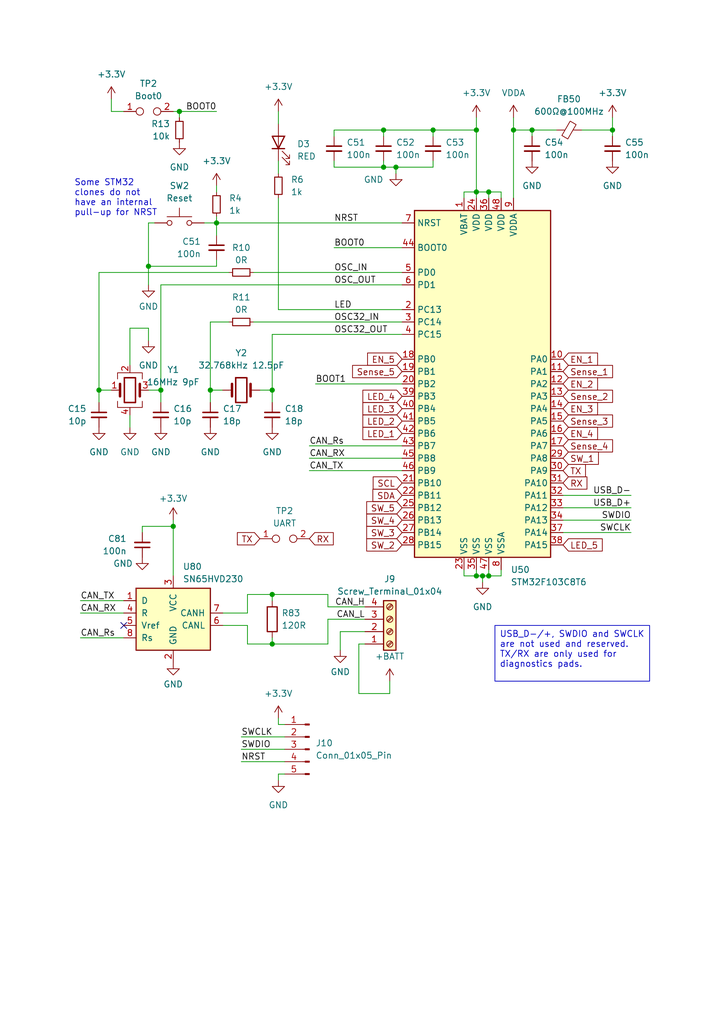
<source format=kicad_sch>
(kicad_sch (version 20230121) (generator eeschema)
  (paper "A5" portrait)
  (title_block (title "Power distribution module") (date "2023-07-18") (company "Raphael Peters"))
  (lib_symbols
    (symbol "Connector:Conn_01x05_Pin" (pin_names (offset 1.016) hide)
      (property "Reference" "J" (at 0 7.62 0))
      (property "Value" "Conn_01x05_Pin" (at 0 -7.62 0))
      (symbol "Conn_01x05_Pin_1_1"
        (polyline (pts (xy 1.27 -5.08) (xy 0.8636 -5.08)) (stroke (width 0.1524)))
        (polyline (pts (xy 1.27 -2.54) (xy 0.8636 -2.54)) (stroke (width 0.1524)))
        (polyline (pts (xy 1.27 0) (xy 0.8636 0)) (stroke (width 0.1524)))
        (polyline (pts (xy 1.27 2.54) (xy 0.8636 2.54)) (stroke (width 0.1524)))
        (polyline (pts (xy 1.27 5.08) (xy 0.8636 5.08)) (stroke (width 0.1524)))
        (rectangle (start 0.8636 -4.953) (end 0 -5.207) (stroke (width 0.1524)) (fill (type outline)))
        (rectangle (start 0.8636 -2.413) (end 0 -2.667) (stroke (width 0.1524)) (fill (type outline)))
        (rectangle (start 0.8636 0.127) (end 0 -0.127) (stroke (width 0.1524)) (fill (type outline)))
        (rectangle (start 0.8636 2.667) (end 0 2.413) (stroke (width 0.1524)) (fill (type outline)))
        (rectangle (start 0.8636 5.207) (end 0 4.953) (stroke (width 0.1524)) (fill (type outline)))
        (pin passive line (at 5.08 5.08 180) (length 3.81) (name "Pin_1") (number "1"))
        (pin passive line (at 5.08 2.54 180) (length 3.81) (name "Pin_2") (number "2"))
        (pin passive line (at 5.08 0 180) (length 3.81) (name "Pin_3") (number "3"))
        (pin passive line (at 5.08 -2.54 180) (length 3.81) (name "Pin_4") (number "4"))
        (pin passive line (at 5.08 -5.08 180) (length 3.81) (name "Pin_5") (number "5"))
      )
    )
    (symbol "Connector:Screw_Terminal_01x04" (pin_names (offset 1.016) hide)
      (property "Reference" "J" (at 0 5.08 0))
      (property "Value" "Screw_Terminal_01x04" (at 0 -7.62 0))
      (symbol "Screw_Terminal_01x04_1_1"
        (rectangle (start -1.27 3.81) (end 1.27 -6.35) (stroke (width 0.254)) (fill (type background)))
        (circle (center 0 -5.08) (radius 0.635) (stroke (width 0.1524)))
        (circle (center 0 -2.54) (radius 0.635) (stroke (width 0.1524)))
        (polyline (pts (xy -0.5334 -4.7498) (xy 0.3302 -5.588)) (stroke (width 0.1524)))
        (polyline (pts (xy -0.5334 -2.2098) (xy 0.3302 -3.048)) (stroke (width 0.1524)))
        (polyline (pts (xy -0.5334 0.3302) (xy 0.3302 -0.508)) (stroke (width 0.1524)))
        (polyline (pts (xy -0.5334 2.8702) (xy 0.3302 2.032)) (stroke (width 0.1524)))
        (polyline (pts (xy -0.3556 -4.572) (xy 0.508 -5.4102)) (stroke (width 0.1524)))
        (polyline (pts (xy -0.3556 -2.032) (xy 0.508 -2.8702)) (stroke (width 0.1524)))
        (polyline (pts (xy -0.3556 0.508) (xy 0.508 -0.3302)) (stroke (width 0.1524)))
        (polyline (pts (xy -0.3556 3.048) (xy 0.508 2.2098)) (stroke (width 0.1524)))
        (circle (center 0 0) (radius 0.635) (stroke (width 0.1524)))
        (circle (center 0 2.54) (radius 0.635) (stroke (width 0.1524)))
        (pin passive line (at -5.08 2.54 0) (length 3.81) (name "Pin_1") (number "1"))
        (pin passive line (at -5.08 0 0) (length 3.81) (name "Pin_2") (number "2"))
        (pin passive line (at -5.08 -2.54 0) (length 3.81) (name "Pin_3") (number "3"))
        (pin passive line (at -5.08 -5.08 0) (length 3.81) (name "Pin_4") (number "4"))
      )
    )
    (symbol "Connector:TestPoint_2Pole" (pin_names (offset 0.762) hide)
      (property "Reference" "TP" (at 0 1.524 0))
      (property "Value" "TestPoint_2Pole" (at 0 -1.778 0))
      (symbol "TestPoint_2Pole_0_1"
        (circle (center -1.778 0) (radius 0.762))
        (circle (center 1.778 0) (radius 0.762))
        (pin passive line (at -5.08 0 0) (length 2.54) (name "1") (number "1"))
        (pin passive line (at 5.08 0 180) (length 2.54) (name "2") (number "2"))
      )
    )
    (symbol "Device:C_Small" (pin_numbers hide) (pin_names (offset 0.254) hide)
      (property "Reference" "C" (at 0.254 1.778 0))
      (property "Value" "C_Small" (at 0.254 -2.032 0))
      (symbol "C_Small_0_1"
        (polyline (pts (xy -1.524 -0.508) (xy 1.524 -0.508)) (stroke (width 0.3302)))
        (polyline (pts (xy -1.524 0.508) (xy 1.524 0.508)) (stroke (width 0.3048)))
      )
      (symbol "C_Small_1_1"
        (pin passive line (at 0 2.54 270) (length 2.032) (name "~") (number "1"))
        (pin passive line (at 0 -2.54 90) (length 2.032) (name "~") (number "2"))
      )
    )
    (symbol "Device:Crystal" (pin_numbers hide) (pin_names (offset 1.016) hide)
      (property "Reference" "Y" (at 0 3.81 0))
      (property "Value" "Crystal" (at 0 -3.81 0))
      (symbol "Crystal_0_1"
        (rectangle (start -1.143 2.54) (end 1.143 -2.54) (stroke (width 0.3048)))
        (polyline (pts (xy -2.54 0) (xy -1.905 0)))
        (polyline (pts (xy -1.905 -1.27) (xy -1.905 1.27)) (stroke (width 0.508)))
        (polyline (pts (xy 1.905 -1.27) (xy 1.905 1.27)) (stroke (width 0.508)))
        (polyline (pts (xy 2.54 0) (xy 1.905 0)))
      )
      (symbol "Crystal_1_1"
        (pin passive line (at -3.81 0 0) (length 1.27) (name "1") (number "1"))
        (pin passive line (at 3.81 0 180) (length 1.27) (name "2") (number "2"))
      )
    )
    (symbol "Device:Crystal_GND24" (pin_names (offset 1.016) hide)
      (property "Reference" "Y" (at 3.175 5.08 0))
      (property "Value" "Crystal_GND24" (at 3.175 3.175 0))
      (symbol "Crystal_GND24_0_1"
        (rectangle (start -1.143 2.54) (end 1.143 -2.54) (stroke (width 0.3048)))
        (polyline (pts (xy -2.54 0) (xy -2.032 0)))
        (polyline (pts (xy -2.032 -1.27) (xy -2.032 1.27)) (stroke (width 0.508)))
        (polyline (pts (xy 0 -3.81) (xy 0 -3.556)))
        (polyline (pts (xy 0 3.556) (xy 0 3.81)))
        (polyline (pts (xy 2.032 -1.27) (xy 2.032 1.27)) (stroke (width 0.508)))
        (polyline (pts (xy 2.032 0) (xy 2.54 0)))
        (polyline (pts (xy -2.54 -2.286) (xy -2.54 -3.556) (xy 2.54 -3.556) (xy 2.54 -2.286)))
        (polyline (pts (xy -2.54 2.286) (xy -2.54 3.556) (xy 2.54 3.556) (xy 2.54 2.286)))
      )
      (symbol "Crystal_GND24_1_1"
        (pin passive line (at -3.81 0 0) (length 1.27) (name "1") (number "1"))
        (pin passive line (at 0 5.08 270) (length 1.27) (name "2") (number "2"))
        (pin passive line (at 3.81 0 180) (length 1.27) (name "3") (number "3"))
        (pin passive line (at 0 -5.08 90) (length 1.27) (name "4") (number "4"))
      )
    )
    (symbol "Device:FerriteBead_Small" (pin_numbers hide) (pin_names (offset 0))
      (property "Reference" "FB" (at 1.905 1.27 0))
      (property "Value" "FerriteBead_Small" (at 1.905 -1.27 0))
      (symbol "FerriteBead_Small_0_1"
        (polyline (pts (xy 0 -1.27) (xy 0 -0.7874)))
        (polyline (pts (xy 0 0.889) (xy 0 1.2954)))
        (polyline (pts (xy -1.8288 0.2794) (xy -1.1176 1.4986) (xy 1.8288 -0.2032) (xy 1.1176 -1.4224) (xy -1.8288 0.2794)))
      )
      (symbol "FerriteBead_Small_1_1"
        (pin passive line (at 0 2.54 270) (length 1.27) (name "~") (number "1"))
        (pin passive line (at 0 -2.54 90) (length 1.27) (name "~") (number "2"))
      )
    )
    (symbol "Device:LED" (pin_numbers hide) (pin_names (offset 1.016) hide)
      (property "Reference" "D" (at 0 2.54 0))
      (property "Value" "LED" (at 0 -2.54 0))
      (symbol "LED_0_1"
        (polyline (pts (xy -1.27 -1.27) (xy -1.27 1.27)) (stroke (width 0.254)))
        (polyline (pts (xy -1.27 0) (xy 1.27 0)))
        (polyline (pts (xy 1.27 -1.27) (xy 1.27 1.27) (xy -1.27 0) (xy 1.27 -1.27)) (stroke (width 0.254)))
        (polyline (pts (xy -3.048 -0.762) (xy -4.572 -2.286) (xy -3.81 -2.286) (xy -4.572 -2.286) (xy -4.572 -1.524)))
        (polyline (pts (xy -1.778 -0.762) (xy -3.302 -2.286) (xy -2.54 -2.286) (xy -3.302 -2.286) (xy -3.302 -1.524)))
      )
      (symbol "LED_1_1"
        (pin passive line (at -3.81 0 0) (length 2.54) (name "K") (number "1"))
        (pin passive line (at 3.81 0 180) (length 2.54) (name "A") (number "2"))
      )
    )
    (symbol "Device:R" (pin_numbers hide) (pin_names (offset 0))
      (property "Reference" "R" (at 2.032 0 90))
      (property "Value" "R" (at 0 0 90))
      (symbol "R_0_1"
        (rectangle (start -1.016 -2.54) (end 1.016 2.54) (stroke (width 0.254)))
      )
      (symbol "R_1_1"
        (pin passive line (at 0 3.81 270) (length 1.27) (name "~") (number "1"))
        (pin passive line (at 0 -3.81 90) (length 1.27) (name "~") (number "2"))
      )
    )
    (symbol "Device:R_Small" (pin_numbers hide) (pin_names (offset 0.254) hide)
      (property "Reference" "R" (at 0.762 0.508 0))
      (property "Value" "R_Small" (at 0.762 -1.016 0))
      (symbol "R_Small_0_1"
        (rectangle (start -0.762 1.778) (end 0.762 -1.778) (stroke (width 0.2032)))
      )
      (symbol "R_Small_1_1"
        (pin passive line (at 0 2.54 270) (length 0.762) (name "~") (number "1"))
        (pin passive line (at 0 -2.54 90) (length 0.762) (name "~") (number "2"))
      )
    )
    (symbol "GND_1" (power) (pin_names (offset 0))
      (property "Value" "GND_1" (at 0 -3.81 0))
      (symbol "GND_1_0_1"
        (polyline (pts (xy 0 0) (xy 0 -1.27) (xy 1.27 -1.27) (xy 0 -2.54) (xy -1.27 -1.27) (xy 0 -1.27)))
      )
      (symbol "GND_1_1_1"
        (pin power_in line (at 0 0 270) (length 0) hide (name "GND") (number "1"))
      )
    )
    (symbol "GND_2" (power) (pin_names (offset 0))
      (property "Value" "GND_2" (at 0 -3.81 0))
      (symbol "GND_2_0_1"
        (polyline (pts (xy 0 0) (xy 0 -1.27) (xy 1.27 -1.27) (xy 0 -2.54) (xy -1.27 -1.27) (xy 0 -1.27)))
      )
      (symbol "GND_2_1_1"
        (pin power_in line (at 0 0 270) (length 0) hide (name "GND") (number "1"))
      )
    )
    (symbol "GND_3" (power) (pin_names (offset 0))
      (property "Value" "GND_3" (at 0 -3.81 0))
      (symbol "GND_3_0_1"
        (polyline (pts (xy 0 0) (xy 0 -1.27) (xy 1.27 -1.27) (xy 0 -2.54) (xy -1.27 -1.27) (xy 0 -1.27)))
      )
      (symbol "GND_3_1_1"
        (pin power_in line (at 0 0 270) (length 0) hide (name "GND") (number "1"))
      )
    )
    (symbol "GND_4" (power) (pin_names (offset 0))
      (property "Value" "GND_4" (at 0 -3.81 0))
      (symbol "GND_4_0_1"
        (polyline (pts (xy 0 0) (xy 0 -1.27) (xy 1.27 -1.27) (xy 0 -2.54) (xy -1.27 -1.27) (xy 0 -1.27)))
      )
      (symbol "GND_4_1_1"
        (pin power_in line (at 0 0 270) (length 0) hide (name "GND") (number "1"))
      )
    )
    (symbol "GND_5" (power) (pin_names (offset 0))
      (property "Value" "GND_5" (at 0 -3.81 0))
      (symbol "GND_5_0_1"
        (polyline (pts (xy 0 0) (xy 0 -1.27) (xy 1.27 -1.27) (xy 0 -2.54) (xy -1.27 -1.27) (xy 0 -1.27)))
      )
      (symbol "GND_5_1_1"
        (pin power_in line (at 0 0 270) (length 0) hide (name "GND") (number "1"))
      )
    )
    (symbol "GND_6" (power) (pin_names (offset 0))
      (property "Value" "GND_6" (at 0 -3.81 0))
      (symbol "GND_6_0_1"
        (polyline (pts (xy 0 0) (xy 0 -1.27) (xy 1.27 -1.27) (xy 0 -2.54) (xy -1.27 -1.27) (xy 0 -1.27)))
      )
      (symbol "GND_6_1_1"
        (pin power_in line (at 0 0 270) (length 0) hide (name "GND") (number "1"))
      )
    )
    (symbol "GND_7" (power) (pin_names (offset 0))
      (property "Value" "GND_7" (at 0 -3.81 0))
      (symbol "GND_7_0_1"
        (polyline (pts (xy 0 0) (xy 0 -1.27) (xy 1.27 -1.27) (xy 0 -2.54) (xy -1.27 -1.27) (xy 0 -1.27)))
      )
      (symbol "GND_7_1_1"
        (pin power_in line (at 0 0 270) (length 0) hide (name "GND") (number "1"))
      )
    )
    (symbol "GND_8" (power) (pin_names (offset 0))
      (property "Value" "GND_8" (at 0 -3.81 0))
      (symbol "GND_8_0_1"
        (polyline (pts (xy 0 0) (xy 0 -1.27) (xy 1.27 -1.27) (xy 0 -2.54) (xy -1.27 -1.27) (xy 0 -1.27)))
      )
      (symbol "GND_8_1_1"
        (pin power_in line (at 0 0 270) (length 0) hide (name "GND") (number "1"))
      )
    )
    (symbol "Interface_CAN_LIN:SN65HVD230" (pin_names (offset 1.016))
      (property "Reference" "U" (at -2.54 10.16 0))
      (property "Value" "SN65HVD230" (at -2.54 7.62 0))
      (symbol "SN65HVD230_0_1"
        (rectangle (start -7.62 5.08) (end 7.62 -7.62) (stroke (width 0.254)) (fill (type background)))
      )
      (symbol "SN65HVD230_1_1"
        (pin input line (at -10.16 2.54 0) (length 2.54) (name "D") (number "1"))
        (pin power_in line (at 0 -10.16 90) (length 2.54) (name "GND") (number "2"))
        (pin power_in line (at 0 7.62 270) (length 2.54) (name "VCC") (number "3"))
        (pin output line (at -10.16 0 0) (length 2.54) (name "R") (number "4"))
        (pin output line (at -10.16 -2.54 0) (length 2.54) (name "Vref") (number "5"))
        (pin bidirectional line (at 10.16 -2.54 180) (length 2.54) (name "CANL") (number "6"))
        (pin bidirectional line (at 10.16 0 180) (length 2.54) (name "CANH") (number "7"))
        (pin input line (at -10.16 -5.08 0) (length 2.54) (name "Rs") (number "8"))
      )
    )
    (symbol "MCU_ST_STM32F1:STM32F103C8Tx"
      (property "Reference" "U" (at -15.24 36.83 0))
      (property "Value" "STM32F103C8Tx" (at 7.62 36.83 0))
      (symbol "STM32F103C8Tx_0_1"
        (rectangle (start -15.24 -35.56) (end 12.7 35.56) (stroke (width 0.254)) (fill (type background)))
      )
      (symbol "STM32F103C8Tx_1_1"
        (pin power_in line (at -5.08 38.1 270) (length 2.54) (name "VBAT") (number "1"))
        (pin bidirectional line (at 15.24 5.08 180) (length 2.54) (name "PA0") (number "10"))
        (pin bidirectional line (at 15.24 2.54 180) (length 2.54) (name "PA1") (number "11"))
        (pin bidirectional line (at 15.24 0 180) (length 2.54) (name "PA2") (number "12"))
        (pin bidirectional line (at 15.24 -2.54 180) (length 2.54) (name "PA3") (number "13"))
        (pin bidirectional line (at 15.24 -5.08 180) (length 2.54) (name "PA4") (number "14"))
        (pin bidirectional line (at 15.24 -7.62 180) (length 2.54) (name "PA5") (number "15"))
        (pin bidirectional line (at 15.24 -10.16 180) (length 2.54) (name "PA6") (number "16"))
        (pin bidirectional line (at 15.24 -12.7 180) (length 2.54) (name "PA7") (number "17"))
        (pin bidirectional line (at -17.78 5.08 0) (length 2.54) (name "PB0") (number "18"))
        (pin bidirectional line (at -17.78 2.54 0) (length 2.54) (name "PB1") (number "19"))
        (pin bidirectional line (at -17.78 15.24 0) (length 2.54) (name "PC13") (number "2"))
        (pin bidirectional line (at -17.78 0 0) (length 2.54) (name "PB2") (number "20"))
        (pin bidirectional line (at -17.78 -20.32 0) (length 2.54) (name "PB10") (number "21"))
        (pin bidirectional line (at -17.78 -22.86 0) (length 2.54) (name "PB11") (number "22"))
        (pin power_in line (at -5.08 -38.1 90) (length 2.54) (name "VSS") (number "23"))
        (pin power_in line (at -2.54 38.1 270) (length 2.54) (name "VDD") (number "24"))
        (pin bidirectional line (at -17.78 -25.4 0) (length 2.54) (name "PB12") (number "25"))
        (pin bidirectional line (at -17.78 -27.94 0) (length 2.54) (name "PB13") (number "26"))
        (pin bidirectional line (at -17.78 -30.48 0) (length 2.54) (name "PB14") (number "27"))
        (pin bidirectional line (at -17.78 -33.02 0) (length 2.54) (name "PB15") (number "28"))
        (pin bidirectional line (at 15.24 -15.24 180) (length 2.54) (name "PA8") (number "29"))
        (pin bidirectional line (at -17.78 12.7 0) (length 2.54) (name "PC14") (number "3"))
        (pin bidirectional line (at 15.24 -17.78 180) (length 2.54) (name "PA9") (number "30"))
        (pin bidirectional line (at 15.24 -20.32 180) (length 2.54) (name "PA10") (number "31"))
        (pin bidirectional line (at 15.24 -22.86 180) (length 2.54) (name "PA11") (number "32"))
        (pin bidirectional line (at 15.24 -25.4 180) (length 2.54) (name "PA12") (number "33"))
        (pin bidirectional line (at 15.24 -27.94 180) (length 2.54) (name "PA13") (number "34"))
        (pin power_in line (at -2.54 -38.1 90) (length 2.54) (name "VSS") (number "35"))
        (pin power_in line (at 0 38.1 270) (length 2.54) (name "VDD") (number "36"))
        (pin bidirectional line (at 15.24 -30.48 180) (length 2.54) (name "PA14") (number "37"))
        (pin bidirectional line (at 15.24 -33.02 180) (length 2.54) (name "PA15") (number "38"))
        (pin bidirectional line (at -17.78 -2.54 0) (length 2.54) (name "PB3") (number "39"))
        (pin bidirectional line (at -17.78 10.16 0) (length 2.54) (name "PC15") (number "4"))
        (pin bidirectional line (at -17.78 -5.08 0) (length 2.54) (name "PB4") (number "40"))
        (pin bidirectional line (at -17.78 -7.62 0) (length 2.54) (name "PB5") (number "41"))
        (pin bidirectional line (at -17.78 -10.16 0) (length 2.54) (name "PB6") (number "42"))
        (pin bidirectional line (at -17.78 -12.7 0) (length 2.54) (name "PB7") (number "43"))
        (pin input line (at -17.78 27.94 0) (length 2.54) (name "BOOT0") (number "44"))
        (pin bidirectional line (at -17.78 -15.24 0) (length 2.54) (name "PB8") (number "45"))
        (pin bidirectional line (at -17.78 -17.78 0) (length 2.54) (name "PB9") (number "46"))
        (pin power_in line (at 0 -38.1 90) (length 2.54) (name "VSS") (number "47"))
        (pin power_in line (at 2.54 38.1 270) (length 2.54) (name "VDD") (number "48"))
        (pin input line (at -17.78 22.86 0) (length 2.54) (name "PD0") (number "5"))
        (pin input line (at -17.78 20.32 0) (length 2.54) (name "PD1") (number "6"))
        (pin input line (at -17.78 33.02 0) (length 2.54) (name "NRST") (number "7"))
        (pin power_in line (at 2.54 -38.1 90) (length 2.54) (name "VSSA") (number "8"))
        (pin power_in line (at 5.08 38.1 270) (length 2.54) (name "VDDA") (number "9"))
      )
    )
    (symbol "Switch:SW_Push" (pin_numbers hide) (pin_names (offset 1.016) hide)
      (property "Reference" "SW" (at 1.27 2.54 0))
      (property "Value" "SW_Push" (at 0 -1.524 0))
      (symbol "SW_Push_0_1"
        (circle (center -2.032 0) (radius 0.508))
        (polyline (pts (xy 0 1.27) (xy 0 3.048)))
        (polyline (pts (xy 2.54 1.27) (xy -2.54 1.27)))
        (circle (center 2.032 0) (radius 0.508))
        (pin passive line (at -5.08 0 0) (length 2.54) (name "1") (number "1"))
        (pin passive line (at 5.08 0 180) (length 2.54) (name "2") (number "2"))
      )
    )
    (symbol "power:+3.3V" (power) (pin_names (offset 0))
      (property "Value" "+3.3V" (at 0 3.556 0))
      (symbol "+3.3V_0_1"
        (polyline (pts (xy -0.762 1.27) (xy 0 2.54)))
        (polyline (pts (xy 0 0) (xy 0 2.54)))
        (polyline (pts (xy 0 2.54) (xy 0.762 1.27)))
      )
      (symbol "+3.3V_1_1"
        (pin power_in line (at 0 0 90) (length 0) hide (name "+3.3V") (number "1"))
      )
    )
    (symbol "power:+BATT" (power) (pin_names (offset 0))
      (property "Value" "+BATT" (at 0 3.556 0))
      (symbol "+BATT_0_1"
        (polyline (pts (xy -0.762 1.27) (xy 0 2.54)))
        (polyline (pts (xy 0 0) (xy 0 2.54)))
        (polyline (pts (xy 0 2.54) (xy 0.762 1.27)))
      )
      (symbol "+BATT_1_1"
        (pin power_in line (at 0 0 90) (length 0) hide (name "+BATT") (number "1"))
      )
    )
    (symbol "power:GND" (power) (pin_names (offset 0))
      (property "Value" "GND" (at 0 -3.81 0))
      (symbol "GND_0_1"
        (polyline (pts (xy 0 0) (xy 0 -1.27) (xy 1.27 -1.27) (xy 0 -2.54) (xy -1.27 -1.27) (xy 0 -1.27)))
      )
      (symbol "GND_1_1"
        (pin power_in line (at 0 0 270) (length 0) hide (name "GND") (number "1"))
      )
    )
    (symbol "power:VDDA" (power) (pin_names (offset 0))
      (property "Value" "VDDA" (at 0 3.81 0))
      (symbol "VDDA_0_1"
        (polyline (pts (xy -0.762 1.27) (xy 0 2.54)))
        (polyline (pts (xy 0 0) (xy 0 2.54)))
        (polyline (pts (xy 0 2.54) (xy 0.762 1.27)))
      )
      (symbol "VDDA_1_1"
        (pin power_in line (at 0 0 90) (length 0) hide (name "VDDA") (number "1"))
      )
    )
  )
  (junction (at 88.9 26.67))
  (junction (at 78.74 26.67))
  (junction (at 97.79 26.67))
  (junction (at 35.56 107.95))
  (junction (at 97.79 118.11))
  (junction (at 55.88 121.92))
  (junction (at 100.33 39.37))
  (junction (at 36.83 22.86))
  (junction (at 99.06 118.11))
  (junction (at 55.88 132.08))
  (junction (at 81.28 34.29))
  (junction (at 44.45 45.72))
  (junction (at 109.22 26.67))
  (junction (at 97.79 39.37))
  (junction (at 105.41 26.67))
  (junction (at 78.74 34.29))
  (junction (at 43.18 80.01))
  (junction (at 55.88 80.01))
  (junction (at 125.73 26.67))
  (junction (at 30.48 54.61))
  (junction (at 100.33 118.11))
  (junction (at 33.02 80.01))
  (junction (at 20.32 80.01))
  (no_connect (at 25.4 128.27))
  (wire (pts (xy 67.31 127) (xy 67.31 132.08)))
  (wire (pts (xy 100.33 118.11) (xy 100.33 116.84)))
  (wire (pts (xy 30.48 80.01) (xy 33.02 80.01)))
  (wire (pts (xy 50.8 121.92) (xy 50.8 125.73)))
  (wire (pts (xy 67.31 121.92) (xy 55.88 121.92)))
  (wire (pts (xy 57.15 148.59) (xy 58.42 148.59)))
  (wire (pts (xy 95.25 118.11) (xy 95.25 116.84)))
  (wire (pts (xy 63.5 93.98) (xy 82.55 93.98)))
  (wire (pts (xy 57.15 160.02) (xy 57.15 158.75)))
  (wire (pts (xy 30.48 45.72) (xy 31.75 45.72)))
  (wire (pts (xy 30.48 45.72) (xy 30.48 54.61)))
  (wire (pts (xy 53.34 80.01) (xy 55.88 80.01)))
  (wire (pts (xy 49.53 156.21) (xy 58.42 156.21)))
  (wire (pts (xy 52.07 55.88) (xy 82.55 55.88)))
  (wire (pts (xy 115.57 104.14) (xy 129.54 104.14)))
  (wire (pts (xy 68.58 27.94) (xy 68.58 26.67)))
  (wire (pts (xy 105.41 24.13) (xy 105.41 26.67)))
  (wire (pts (xy 55.88 132.08) (xy 67.31 132.08)))
  (wire (pts (xy 33.02 80.01) (xy 33.02 58.42)))
  (wire (pts (xy 115.57 106.68) (xy 129.54 106.68)))
  (wire (pts (xy 63.5 96.52) (xy 82.55 96.52)))
  (wire (pts (xy 73.66 132.08) (xy 73.66 142.24)))
  (wire (pts (xy 50.8 125.73) (xy 45.72 125.73)))
  (wire (pts (xy 102.87 118.11) (xy 102.87 116.84)))
  (wire (pts (xy 35.56 107.95) (xy 35.56 118.11)))
  (wire (pts (xy 22.86 20.32) (xy 22.86 22.86)))
  (wire (pts (xy 35.56 22.86) (xy 36.83 22.86)))
  (wire (pts (xy 43.18 80.01) (xy 43.18 82.55)))
  (wire (pts (xy 57.15 33.02) (xy 57.15 35.56)))
  (wire (pts (xy 64.77 78.74) (xy 82.55 78.74)))
  (wire (pts (xy 97.79 26.67) (xy 97.79 39.37)))
  (wire (pts (xy 69.85 133.35) (xy 69.85 129.54)))
  (wire (pts (xy 46.99 66.04) (xy 43.18 66.04)))
  (wire (pts (xy 20.32 55.88) (xy 20.32 80.01)))
  (wire (pts (xy 88.9 26.67) (xy 88.9 27.94)))
  (wire (pts (xy 97.79 39.37) (xy 97.79 40.64)))
  (wire (pts (xy 81.28 34.29) (xy 88.9 34.29)))
  (wire (pts (xy 57.15 158.75) (xy 58.42 158.75)))
  (wire (pts (xy 33.02 80.01) (xy 33.02 82.55)))
  (wire (pts (xy 109.22 26.67) (xy 109.22 27.94)))
  (wire (pts (xy 102.87 40.64) (xy 102.87 39.37)))
  (wire (pts (xy 115.57 109.22) (xy 129.54 109.22)))
  (wire (pts (xy 44.45 45.72) (xy 44.45 48.26)))
  (wire (pts (xy 73.66 142.24) (xy 80.01 142.24)))
  (wire (pts (xy 33.02 58.42) (xy 82.55 58.42)))
  (wire (pts (xy 43.18 80.01) (xy 45.72 80.01)))
  (wire (pts (xy 100.33 118.11) (xy 102.87 118.11)))
  (wire (pts (xy 43.18 66.04) (xy 43.18 80.01)))
  (wire (pts (xy 97.79 118.11) (xy 99.06 118.11)))
  (wire (pts (xy 35.56 106.68) (xy 35.56 107.95)))
  (wire (pts (xy 115.57 101.6) (xy 129.54 101.6)))
  (wire (pts (xy 20.32 55.88) (xy 46.99 55.88)))
  (wire (pts (xy 57.15 22.86) (xy 57.15 25.4)))
  (wire (pts (xy 49.53 153.67) (xy 58.42 153.67)))
  (wire (pts (xy 99.06 119.38) (xy 99.06 118.11)))
  (wire (pts (xy 44.45 45.72) (xy 82.55 45.72)))
  (wire (pts (xy 74.93 127) (xy 67.31 127)))
  (wire (pts (xy 55.88 68.58) (xy 55.88 80.01)))
  (wire (pts (xy 50.8 128.27) (xy 50.8 132.08)))
  (wire (pts (xy 26.67 67.31) (xy 26.67 74.93)))
  (wire (pts (xy 16.51 130.81) (xy 25.4 130.81)))
  (wire (pts (xy 68.58 34.29) (xy 68.58 33.02)))
  (wire (pts (xy 95.25 39.37) (xy 95.25 40.64)))
  (wire (pts (xy 44.45 54.61) (xy 44.45 53.34)))
  (wire (pts (xy 125.73 24.13) (xy 125.73 26.67)))
  (wire (pts (xy 88.9 34.29) (xy 88.9 33.02)))
  (wire (pts (xy 102.87 39.37) (xy 100.33 39.37)))
  (wire (pts (xy 119.38 26.67) (xy 125.73 26.67)))
  (wire (pts (xy 67.31 124.46) (xy 74.93 124.46)))
  (wire (pts (xy 57.15 147.32) (xy 57.15 148.59)))
  (wire (pts (xy 29.21 107.95) (xy 35.56 107.95)))
  (wire (pts (xy 97.79 39.37) (xy 95.25 39.37)))
  (wire (pts (xy 57.15 63.5) (xy 57.15 40.64)))
  (wire (pts (xy 30.48 67.31) (xy 26.67 67.31)))
  (wire (pts (xy 88.9 26.67) (xy 97.79 26.67)))
  (wire (pts (xy 78.74 26.67) (xy 78.74 27.94)))
  (wire (pts (xy 81.28 35.56) (xy 81.28 34.29)))
  (wire (pts (xy 55.88 121.92) (xy 55.88 123.19)))
  (wire (pts (xy 20.32 80.01) (xy 22.86 80.01)))
  (wire (pts (xy 78.74 26.67) (xy 88.9 26.67)))
  (wire (pts (xy 44.45 38.1) (xy 44.45 39.37)))
  (wire (pts (xy 30.48 54.61) (xy 30.48 58.42)))
  (wire (pts (xy 55.88 80.01) (xy 55.88 82.55)))
  (wire (pts (xy 99.06 118.11) (xy 100.33 118.11)))
  (wire (pts (xy 78.74 34.29) (xy 68.58 34.29)))
  (wire (pts (xy 20.32 80.01) (xy 20.32 82.55)))
  (wire (pts (xy 41.91 45.72) (xy 44.45 45.72)))
  (wire (pts (xy 49.53 151.13) (xy 58.42 151.13)))
  (wire (pts (xy 55.88 68.58) (xy 82.55 68.58)))
  (wire (pts (xy 16.51 125.73) (xy 25.4 125.73)))
  (wire (pts (xy 97.79 116.84) (xy 97.79 118.11)))
  (wire (pts (xy 30.48 69.85) (xy 30.48 67.31)))
  (wire (pts (xy 68.58 50.8) (xy 82.55 50.8)))
  (wire (pts (xy 16.51 123.19) (xy 25.4 123.19)))
  (wire (pts (xy 78.74 34.29) (xy 81.28 34.29)))
  (wire (pts (xy 97.79 118.11) (xy 95.25 118.11)))
  (wire (pts (xy 105.41 26.67) (xy 105.41 40.64)))
  (wire (pts (xy 29.21 109.22) (xy 29.21 107.95)))
  (wire (pts (xy 55.88 132.08) (xy 55.88 130.81)))
  (wire (pts (xy 69.85 129.54) (xy 74.93 129.54)))
  (wire (pts (xy 36.83 24.13) (xy 36.83 22.86)))
  (wire (pts (xy 26.67 87.63) (xy 26.67 85.09)))
  (wire (pts (xy 97.79 24.13) (xy 97.79 26.67)))
  (wire (pts (xy 105.41 26.67) (xy 109.22 26.67)))
  (wire (pts (xy 52.07 66.04) (xy 82.55 66.04)))
  (wire (pts (xy 45.72 128.27) (xy 50.8 128.27)))
  (wire (pts (xy 63.5 91.44) (xy 82.55 91.44)))
  (wire (pts (xy 67.31 124.46) (xy 67.31 121.92)))
  (wire (pts (xy 78.74 33.02) (xy 78.74 34.29)))
  (wire (pts (xy 68.58 26.67) (xy 78.74 26.67)))
  (wire (pts (xy 100.33 39.37) (xy 100.33 40.64)))
  (wire (pts (xy 100.33 39.37) (xy 97.79 39.37)))
  (wire (pts (xy 55.88 121.92) (xy 50.8 121.92)))
  (wire (pts (xy 57.15 63.5) (xy 82.55 63.5)))
  (wire (pts (xy 74.93 132.08) (xy 73.66 132.08)))
  (wire (pts (xy 30.48 54.61) (xy 44.45 54.61)))
  (wire (pts (xy 125.73 26.67) (xy 125.73 27.94)))
  (wire (pts (xy 109.22 26.67) (xy 114.3 26.67)))
  (wire (pts (xy 80.01 142.24) (xy 80.01 139.7)))
  (wire (pts (xy 22.86 22.86) (xy 25.4 22.86)))
  (wire (pts (xy 44.45 44.45) (xy 44.45 45.72)))
  (wire (pts (xy 50.8 132.08) (xy 55.88 132.08)))
  (wire (pts (xy 36.83 22.86) (xy 44.45 22.86)))
  (text_box "USB_D-/+, SWDIO and SWCLK are not used and reserved.\nTX/RX are only used for diagnostics pads." (at 101.6 128.27 0) (size 31.75 11.43) (effects (font (size 1.27 1.27)) (justify left top)))
  (text "Some STM32\nclones do not\nhave an internal\npull-up for NRST" (at 15.24 44.45 0) (effects (font (size 1.27 1.27)) (justify left bottom)))
  (label "SWCLK" (at 49.53 151.13 0))
  (label "BOOT1" (at 64.77 78.74 0))
  (label "CAN_RX" (at 16.51 125.73 0))
  (label "CAN_L" (at 74.93 127 180))
  (label "SWCLK" (at 129.54 109.22 180))
  (label "BOOT0" (at 68.58 50.8 0))
  (label "SWDIO" (at 129.54 106.68 180))
  (label "CAN_RX" (at 63.5 93.98 0))
  (label "CAN_TX" (at 16.51 123.19 0))
  (label "CAN_Rs" (at 63.5 91.44 0))
  (label "LED" (at 68.58 63.5 0))
  (label "USB_D-" (at 129.54 101.6 180))
  (label "OSC32_IN" (at 68.58 66.04 0))
  (label "CAN_Rs" (at 16.51 130.81 0))
  (label "OSC32_OUT" (at 68.58 68.58 0))
  (label "OSC_OUT" (at 68.58 58.42 0))
  (label "CAN_TX" (at 63.5 96.52 0))
  (label "OSC_IN" (at 68.58 55.88 0))
  (label "CAN_H" (at 74.93 124.46 180))
  (label "USB_D+" (at 129.54 104.14 180))
  (label "SWDIO" (at 49.53 153.67 0))
  (label "BOOT0" (at 44.45 22.86 180))
  (label "NRST" (at 49.53 156.21 0))
  (label "NRST" (at 68.58 45.72 0))
  (global_label "LED_2" (shape input) (at 82.55 86.36 180) (property "Intersheetrefs" "${INTERSHEET_REFS}" (effects hide)))
  (global_label "LED_4" (shape input) (at 82.55 81.28 180) (property "Intersheetrefs" "${INTERSHEET_REFS}" (effects hide)))
  (global_label "SW_1" (shape input) (at 115.57 93.98 0) (property "Intersheetrefs" "${INTERSHEET_REFS}" (effects hide)))
  (global_label "SW_3" (shape input) (at 82.55 109.22 180) (property "Intersheetrefs" "${INTERSHEET_REFS}" (effects hide)))
  (global_label "LED_3" (shape input) (at 82.55 83.82 180) (property "Intersheetrefs" "${INTERSHEET_REFS}" (effects hide)))
  (global_label "SDA" (shape input) (at 82.55 101.6 180) (property "Intersheetrefs" "${INTERSHEET_REFS}" (effects hide)))
  (global_label "SW_2" (shape input) (at 82.55 111.76 180) (property "Intersheetrefs" "${INTERSHEET_REFS}" (effects hide)))
  (global_label "SW_4" (shape input) (at 82.55 106.68 180) (property "Intersheetrefs" "${INTERSHEET_REFS}" (effects hide)))
  (global_label "Sense_2" (shape input) (at 115.57 81.28 0) (property "Intersheetrefs" "${INTERSHEET_REFS}" (effects hide)))
  (global_label "EN_4" (shape input) (at 115.57 88.9 0) (property "Intersheetrefs" "${INTERSHEET_REFS}" (effects hide)))
  (global_label "RX" (shape input) (at 63.5 110.49 0) (property "Intersheetrefs" "${INTERSHEET_REFS}" (effects hide)))
  (global_label "Sense_4" (shape input) (at 115.57 91.44 0) (property "Intersheetrefs" "${INTERSHEET_REFS}" (effects hide)))
  (global_label "SW_5" (shape input) (at 82.55 104.14 180) (property "Intersheetrefs" "${INTERSHEET_REFS}" (effects hide)))
  (global_label "Sense_1" (shape input) (at 115.57 76.2 0) (property "Intersheetrefs" "${INTERSHEET_REFS}" (effects hide)))
  (global_label "TX" (shape input) (at 53.34 110.49 180) (property "Intersheetrefs" "${INTERSHEET_REFS}" (effects hide)))
  (global_label "Sense_3" (shape input) (at 115.57 86.36 0) (property "Intersheetrefs" "${INTERSHEET_REFS}" (effects hide)))
  (global_label "EN_5" (shape input) (at 82.55 73.66 180) (property "Intersheetrefs" "${INTERSHEET_REFS}" (effects hide)))
  (global_label "SCL" (shape input) (at 82.55 99.06 180) (property "Intersheetrefs" "${INTERSHEET_REFS}" (effects hide)))
  (global_label "TX" (shape input) (at 115.57 96.52 0) (property "Intersheetrefs" "${INTERSHEET_REFS}" (effects hide)))
  (global_label "RX" (shape input) (at 115.57 99.06 0) (property "Intersheetrefs" "${INTERSHEET_REFS}" (effects hide)))
  (global_label "EN_3" (shape input) (at 115.57 83.82 0) (property "Intersheetrefs" "${INTERSHEET_REFS}" (effects hide)))
  (global_label "EN_2" (shape input) (at 115.57 78.74 0) (property "Intersheetrefs" "${INTERSHEET_REFS}" (effects hide)))
  (global_label "EN_1" (shape input) (at 115.57 73.66 0) (property "Intersheetrefs" "${INTERSHEET_REFS}" (effects hide)))
  (global_label "LED_1" (shape input) (at 82.55 88.9 180) (property "Intersheetrefs" "${INTERSHEET_REFS}" (effects hide)))
  (global_label "Sense_5" (shape input) (at 82.55 76.2 180) (property "Intersheetrefs" "${INTERSHEET_REFS}" (effects hide)))
  (global_label "LED_5" (shape input) (at 115.57 111.76 0) (property "Intersheetrefs" "${INTERSHEET_REFS}" (effects hide)))
  (symbol (lib_id "power:VDDA") (at 105.41 24.13 0) (unit 1)
    (property "Reference" "#PWR0130" (effects hide))
    (property "Value" "VDDA" (at 105.41 19.05 0))
    (instances (project "buslight" (path "" (reference "#PWR0130") (unit 1)) (path "" (reference "#PWR040") (unit 1))))
  )
  (symbol (lib_id "power:+3.3V") (at 57.15 147.32 0) (unit 1)
    (property "Reference" "#PWR080" (effects hide))
    (property "Value" "+3.3V" (at 57.15 142.24 0))
  )
  (symbol (lib_id "Device:C_Small") (at 68.58 30.48 0) (unit 1)
    (property "Reference" "C51" (at 71.12 29.2163 0) (effects (justify left)))
    (property "Value" "100n" (at 71.12 31.7563 0) (effects (justify left)))
    (property "Footprint" "Capacitor_SMD:C_0402_1005Metric" (effects hide))
    (property "LCSC" "C1525" (effects hide))
    (instances (project "buslight" (path "" (reference "C51") (unit 1)) (path "" (reference "C10") (unit 1))))
  )
  (symbol (lib_id "power:GND") (at 35.56 135.89 0) (unit 1)
    (property "Reference" "#PWR0127" (effects hide))
    (property "Value" "GND" (at 35.56 140.335 0))
    (instances (project "buslight" (path "" (reference "#PWR0127") (unit 1)) (path "" (reference "#PWR057") (unit 1))))
  )
  (symbol (lib_id "Device:R_Small") (at 44.45 41.91 0) (unit 1)
    (property "Reference" "R4" (at 46.99 40.64 0) (effects (justify left)))
    (property "Value" "1k" (at 46.99 43.18 0) (effects (justify left)))
    (property "Footprint" "Resistor_SMD:R_0402_1005Metric" (effects hide))
    (property "LCSC" "C11702" (effects hide))
  )
  (symbol (lib_id "power:+3.3V") (at 22.86 20.32 0) (unit 1)
    (property "Reference" "#PWR075" (effects hide))
    (property "Value" "+3.3V" (at 22.86 15.24 0))
  )
  (symbol (lib_id "power:+BATT") (at 80.01 139.7 0) (unit 1)
    (property "Reference" "#PWR079" (effects hide))
    (property "Value" "+BATT" (at 80.01 134.62 0))
  )
  (symbol (lib_name "GND_8") (lib_id "power:GND") (at 57.15 160.02 0) (unit 1)
    (property "Reference" "#PWR081" (effects hide))
    (property "Value" "GND" (at 57.15 165.1 0))
  )
  (symbol (lib_id "power:+3.3V") (at 44.45 38.1 0) (unit 1)
    (property "Reference" "#PWR082" (effects hide))
    (property "Value" "+3.3V" (at 44.45 33.02 0))
  )
  (symbol (lib_id "Connector:TestPoint_2Pole") (at 30.48 22.86 0) (unit 1)
    (property "Reference" "TP2" (at 30.48 17.145 0))
    (property "Value" "Boot0" (at 30.48 19.685 0))
    (property "Footprint" "TestPoint:TestPoint_2Pads_Pitch2.54mm_Drill0.8mm" (effects hide))
    (instances (project "buslight" (path "" (reference "TP2") (unit 1)) (path "" (reference "TP3") (unit 1))))
  )
  (symbol (lib_id "Device:C_Small") (at 20.32 85.09 0) (mirror y) (unit 1)
    (property "Reference" "C15" (at 17.78 83.8263 0) (effects (justify left)))
    (property "Value" "10p" (at 17.78 86.3663 0) (effects (justify left)))
    (property "Footprint" "Capacitor_SMD:C_0402_1005Metric" (effects hide))
    (property "LCSC" "C32949" (effects hide))
  )
  (symbol (lib_id "Device:LED") (at 57.15 29.21 90) (unit 1)
    (property "Reference" "D3" (at 60.96 29.5275 90) (effects (justify right)))
    (property "Value" "RED" (at 60.96 32.0675 90) (effects (justify right)))
    (property "Footprint" "LED_SMD:LED_0603_1608Metric" (effects hide))
    (property "LCSC" "C2286" (effects hide))
  )
  (symbol (lib_id "Device:R_Small") (at 49.53 66.04 90) (unit 1)
    (property "Reference" "R11" (at 49.53 60.96 90))
    (property "Value" "0R" (at 49.53 63.5 90))
    (property "Footprint" "Resistor_SMD:R_0402_1005Metric" (effects hide))
    (property "LCSC" "C17168" (effects hide))
  )
  (symbol (lib_id "Device:C_Small") (at 55.88 85.09 0) (unit 1)
    (property "Reference" "C18" (at 58.42 83.8263 0) (effects (justify left)))
    (property "Value" "18p" (at 58.42 86.3663 0) (effects (justify left)))
    (property "Footprint" "Capacitor_SMD:C_0402_1005Metric" (effects hide))
    (property "LCSC" "C1549" (effects hide))
  )
  (symbol (lib_id "Device:C_Small") (at 44.45 50.8 0) (mirror y) (unit 1)
    (property "Reference" "C51" (at 41.275 49.5363 0) (effects (justify left)))
    (property "Value" "100n" (at 41.275 52.0763 0) (effects (justify left)))
    (property "Footprint" "Capacitor_SMD:C_0402_1005Metric" (effects hide))
    (property "LCSC" "C1525" (effects hide))
    (instances (project "buslight" (path "" (reference "C51") (unit 1)) (path "" (reference "C19") (unit 1))))
  )
  (symbol (lib_id "Interface_CAN_LIN:SN65HVD230") (at 35.56 125.73 0) (unit 1)
    (property "Reference" "U80" (at 37.5159 116.205 0) (effects (justify left)))
    (property "Value" "SN65HVD230" (at 37.5159 118.745 0) (effects (justify left)))
    (property "Footprint" "Package_SO:SOIC-8_3.9x4.9mm_P1.27mm" (effects hide))
    (property "Datasheet" "http://www.ti.com/lit/ds/symlink/sn65hvd230.pdf" (effects hide))
    (property "LCSC" "C12084" (effects hide))
    (instances (project "buslight" (path "" (reference "U80") (unit 1)) (path "" (reference "U1") (unit 1))))
  )
  (symbol (lib_id "Connector:Conn_01x05_Pin") (at 63.5 153.67 0) (mirror y) (unit 1)
    (property "Reference" "J10" (at 64.77 152.4 0) (effects (justify right)))
    (property "Value" "Conn_01x05_Pin" (at 64.77 154.94 0) (effects (justify right)))
    (property "Footprint" "Connector_PinHeader_2.54mm:PinHeader_1x05_P2.54mm_Horizontal" (effects hide))
  )
  (symbol (lib_id "power:GND") (at 99.06 119.38 0) (unit 1)
    (property "Reference" "#PWR0124" (effects hide))
    (property "Value" "GND" (at 99.06 124.46 0))
    (instances (project "buslight" (path "" (reference "#PWR0124") (unit 1)) (path "" (reference "#PWR039") (unit 1))))
  )
  (symbol (lib_id "Device:C_Small") (at 125.73 30.48 0) (unit 1)
    (property "Reference" "C55" (at 128.27 29.2163 0) (effects (justify left)))
    (property "Value" "100n" (at 128.27 31.7563 0) (effects (justify left)))
    (property "Footprint" "Capacitor_SMD:C_0402_1005Metric" (effects hide))
    (property "LCSC" "C1525" (effects hide))
    (instances (project "buslight" (path "" (reference "C55") (unit 1)) (path "" (reference "C14") (unit 1))))
  )
  (symbol (lib_id "power:+3.3V") (at 35.56 106.68 0) (unit 1)
    (property "Reference" "#PWR027" (effects hide))
    (property "Value" "+3.3V" (at 35.56 102.235 0))
    (instances (project "buslight" (path "" (reference "#PWR027") (unit 1)) (path "" (reference "#PWR056") (unit 1))))
  )
  (symbol (lib_id "Device:C_Small") (at 29.21 111.76 0) (mirror x) (unit 1)
    (property "Reference" "C81" (at 26.035 110.4836 0) (effects (justify right)))
    (property "Value" "100n" (at 26.035 113.0236 0) (effects (justify right)))
    (property "Footprint" "Capacitor_SMD:C_0603_1608Metric" (effects hide))
    (property "LCSC" "C14663" (effects hide))
    (instances (project "buslight" (path "" (reference "C81") (unit 1)) (path "" (reference "C7") (unit 1))))
  )
  (symbol (lib_id "Switch:SW_Push") (at 36.83 45.72 0) (unit 1)
    (property "Reference" "SW2" (at 36.83 38.1 0))
    (property "Value" "Reset" (at 36.83 40.64 0))
    (property "Footprint" "Button_Switch_SMD:SW_Push_1P1T_XKB_TS-1187A" (effects hide))
    (property "C318884" "C318884" (effects hide))
  )
  (symbol (lib_id "Device:R_Small") (at 57.15 38.1 0) (unit 1)
    (property "Reference" "R6" (at 59.69 36.83 0) (effects (justify left)))
    (property "Value" "1k" (at 59.69 39.37 0) (effects (justify left)))
    (property "Footprint" "Resistor_SMD:R_0402_1005Metric" (effects hide))
    (property "LCSC" "C11702" (effects hide))
  )
  (symbol (lib_id "Device:C_Small") (at 33.02 85.09 0) (unit 1)
    (property "Reference" "C16" (at 35.56 83.8263 0) (effects (justify left)))
    (property "Value" "10p" (at 35.56 86.3663 0) (effects (justify left)))
    (property "Footprint" "Capacitor_SMD:C_0402_1005Metric" (effects hide))
    (property "LCSC" "C32949" (effects hide))
  )
  (symbol (lib_id "Device:C_Small") (at 78.74 30.48 0) (unit 1)
    (property "Reference" "C52" (at 81.28 29.2163 0) (effects (justify left)))
    (property "Value" "100n" (at 81.28 31.7563 0) (effects (justify left)))
    (property "Footprint" "Capacitor_SMD:C_0402_1005Metric" (effects hide))
    (property "LCSC" "C1525" (effects hide))
    (instances (project "buslight" (path "" (reference "C52") (unit 1)) (path "" (reference "C11") (unit 1))))
  )
  (symbol (lib_name "GND_1") (lib_id "power:GND") (at 43.18 87.63 0) (unit 1)
    (property "Reference" "#PWR063" (effects hide))
    (property "Value" "GND" (at 43.18 92.71 0))
  )
  (symbol (lib_id "Device:Crystal") (at 49.53 80.01 0) (unit 1)
    (property "Reference" "Y2" (at 49.53 72.39 0))
    (property "Value" "32.768kHz 12.5pF" (at 49.53 74.93 0))
    (property "Footprint" "Crystal:Crystal_SMD_3215-2Pin_3.2x1.5mm" (effects hide))
    (property "LCSC" "C32346" (effects hide))
  )
  (symbol (lib_id "power:+3.3V") (at 57.15 22.86 0) (unit 1)
    (property "Reference" "#PWR065" (effects hide))
    (property "Value" "+3.3V" (at 57.15 17.78 0))
  )
  (symbol (lib_id "Device:Crystal_GND24") (at 26.67 80.01 0) (unit 1)
    (property "Reference" "Y1" (at 35.56 75.8191 0))
    (property "Value" "16MHz 9pF" (at 35.56 78.3591 0))
    (property "Footprint" "Crystal:Crystal_SMD_3225-4Pin_3.2x2.5mm" (effects hide))
    (property "LCSC" "C13738" (effects hide))
  )
  (symbol (lib_name "GND_1") (lib_id "power:GND") (at 55.88 87.63 0) (unit 1)
    (property "Reference" "#PWR064" (effects hide))
    (property "Value" "GND" (at 55.88 92.71 0))
  )
  (symbol (lib_id "power:+3.3V") (at 125.73 24.13 0) (unit 1)
    (property "Reference" "#PWR040" (effects hide))
    (property "Value" "+3.3V" (at 125.73 19.05 0))
    (instances (project "buslight" (path "" (reference "#PWR040") (unit 1)) (path "" (reference "#PWR059") (unit 1))))
  )
  (symbol (lib_name "GND_3") (lib_id "power:GND") (at 109.22 33.02 0) (unit 1)
    (property "Reference" "#PWR038" (effects hide))
    (property "Value" "GND" (at 109.22 38.1 0))
    (instances (project "buslight" (path "" (reference "#PWR038") (unit 1)) (path "" (reference "#PWR058") (unit 1))))
  )
  (symbol (lib_id "Device:C_Small") (at 88.9 30.48 0) (unit 1)
    (property "Reference" "C53" (at 91.44 29.2163 0) (effects (justify left)))
    (property "Value" "100n" (at 91.44 31.7563 0) (effects (justify left)))
    (property "Footprint" "Capacitor_SMD:C_0402_1005Metric" (effects hide))
    (property "LCSC" "C1525" (effects hide))
    (instances (project "buslight" (path "" (reference "C53") (unit 1)) (path "" (reference "C12") (unit 1))))
  )
  (symbol (lib_name "GND_5") (lib_id "power:GND") (at 69.85 133.35 0) (unit 1)
    (property "Reference" "#PWR073" (effects hide))
    (property "Value" "GND" (at 69.85 137.795 0))
  )
  (symbol (lib_id "Device:R_Small") (at 49.53 55.88 90) (unit 1)
    (property "Reference" "R10" (at 49.53 50.8 90))
    (property "Value" "0R" (at 49.53 53.34 90))
    (property "Footprint" "Resistor_SMD:R_0402_1005Metric" (effects hide))
    (property "LCSC" "C17168" (effects hide))
  )
  (symbol (lib_id "power:GND") (at 81.28 35.56 0) (unit 1)
    (property "Reference" "#PWR0121" (effects hide))
    (property "Value" "GND" (at 78.74 36.83 0) (effects (justify right)))
    (instances (project "buslight" (path "" (reference "#PWR0121") (unit 1)) (path "" (reference "#PWR026") (unit 1))))
  )
  (symbol (lib_id "Device:C_Small") (at 109.22 30.48 0) (unit 1)
    (property "Reference" "C54" (at 111.76 29.2163 0) (effects (justify left)))
    (property "Value" "100n" (at 111.76 31.7563 0) (effects (justify left)))
    (property "Footprint" "Capacitor_SMD:C_0402_1005Metric" (effects hide))
    (property "LCSC" "C1525" (effects hide))
    (instances (project "buslight" (path "" (reference "C54") (unit 1)) (path "" (reference "C13") (unit 1))))
  )
  (symbol (lib_id "Connector:TestPoint_2Pole") (at 58.42 110.49 0) (unit 1)
    (property "Reference" "TP2" (at 58.42 104.775 0))
    (property "Value" "UART" (at 58.42 107.315 0))
    (property "Footprint" "TestPoint:TestPoint_2Pads_Pitch2.54mm_Drill0.8mm" (effects hide))
  )
  (symbol (lib_name "GND_2") (lib_id "power:GND") (at 26.67 87.63 0) (unit 1)
    (property "Reference" "#PWR066" (effects hide))
    (property "Value" "GND" (at 26.67 92.71 0))
  )
  (symbol (lib_id "power:GND") (at 29.21 114.3 0) (unit 1)
    (property "Reference" "#PWR0126" (effects hide))
    (property "Value" "GND" (at 27.305 115.57 0) (effects (justify right)))
    (instances (project "buslight" (path "" (reference "#PWR0126") (unit 1)) (path "" (reference "#PWR027") (unit 1))))
  )
  (symbol (lib_name "GND_7") (lib_id "power:GND") (at 36.83 29.21 0) (unit 1)
    (property "Reference" "#PWR076" (effects hide))
    (property "Value" "GND" (at 36.83 34.29 0))
  )
  (symbol (lib_name "GND_2") (lib_id "power:GND") (at 30.48 69.85 0) (unit 1)
    (property "Reference" "#PWR067" (effects hide))
    (property "Value" "GND" (at 30.48 74.93 0))
  )
  (symbol (lib_id "Device:FerriteBead_Small") (at 116.84 26.67 90) (unit 1)
    (property "Reference" "FB50" (at 116.8019 20.32 90))
    (property "Value" "600Ω@100MHz" (at 116.8019 22.86 90))
    (property "Footprint" "Inductor_SMD:L_0603_1608Metric" (effects hide))
    (property "LCSC" "C1002" (effects hide))
    (instances (project "buslight" (path "" (reference "FB50") (unit 1)) (path "" (reference "FB3") (unit 1))))
  )
  (symbol (lib_id "Device:C_Small") (at 43.18 85.09 0) (unit 1)
    (property "Reference" "C17" (at 45.72 83.8263 0) (effects (justify left)))
    (property "Value" "18p" (at 45.72 86.3663 0) (effects (justify left)))
    (property "Footprint" "Capacitor_SMD:C_0402_1005Metric" (effects hide))
    (property "LCSC" "C1549" (effects hide))
  )
  (symbol (lib_name "GND_1") (lib_id "power:GND") (at 33.02 87.63 0) (unit 1)
    (property "Reference" "#PWR062" (effects hide))
    (property "Value" "GND" (at 33.02 92.71 0))
  )
  (symbol (lib_id "Device:R_Small") (at 36.83 26.67 0) (mirror x) (unit 1)
    (property "Reference" "R13" (at 34.925 25.4 0) (effects (justify right)))
    (property "Value" "10k" (at 34.925 27.94 0) (effects (justify right)))
    (property "Footprint" "Resistor_SMD:R_0402_1005Metric" (effects hide))
    (property "LCSC" "C25086" (effects hide))
  )
  (symbol (lib_id "power:+3.3V") (at 97.79 24.13 0) (unit 1)
    (property "Reference" "#PWR026" (effects hide))
    (property "Value" "+3.3V" (at 97.79 19.05 0))
    (instances (project "buslight" (path "" (reference "#PWR026") (unit 1)) (path "" (reference "#PWR038") (unit 1))))
  )
  (symbol (lib_id "Device:R") (at 55.88 127 0) (unit 1)
    (property "Reference" "R83" (at 57.785 125.73 0) (effects (justify left)))
    (property "Value" "120R" (at 57.785 128.27 0) (effects (justify left)))
    (property "Footprint" "Resistor_SMD:R_0603_1608Metric" (effects hide))
    (property "LCSC" "C22787" (effects hide))
    (instances (project "buslight" (path "" (reference "R83") (unit 1)) (path "" (reference "R12") (unit 1))))
  )
  (symbol (lib_name "GND_4") (lib_id "power:GND") (at 125.73 33.02 0) (unit 1)
    (property "Reference" "#PWR039" (effects hide))
    (property "Value" "GND" (at 125.73 38.1 0))
    (instances (project "buslight" (path "" (reference "#PWR039") (unit 1)) (path "" (reference "#PWR060") (unit 1))))
  )
  (symbol (lib_id "MCU_ST_STM32F1:STM32F103C8Tx") (at 100.33 78.74 0) (unit 1)
    (property "Reference" "U50" (at 104.8259 116.84 0) (effects (justify left)))
    (property "Value" "STM32F103C8T6" (at 104.8259 119.38 0) (effects (justify left)))
    (property "Footprint" "Package_QFP:LQFP-48_7x7mm_P0.5mm" (effects hide))
    (property "Datasheet" "http://www.st.com/st-web-ui/static/active/en/resource/technical/document/datasheet/CD00161566.pdf" (effects hide))
    (property "LCSC" "C8734" (effects hide))
    (instances (project "buslight" (path "" (reference "U50") (unit 1)) (path "" (reference "U2") (unit 1))))
  )
  (symbol (lib_name "GND_1") (lib_id "power:GND") (at 20.32 87.63 0) (unit 1)
    (property "Reference" "#PWR061" (effects hide))
    (property "Value" "GND" (at 20.32 92.71 0))
  )
  (symbol (lib_name "GND_6") (lib_id "power:GND") (at 30.48 58.42 0) (unit 1)
    (property "Reference" "#PWR074" (effects hide))
    (property "Value" "GND" (at 30.48 62.865 0))
  )
  (symbol (lib_id "Connector:Screw_Terminal_01x04") (at 80.01 129.54 0) (mirror x) (unit 1)
    (property "Reference" "J9" (at 80.01 118.745 0))
    (property "Value" "Screw_Terminal_01x04" (at 80.01 121.285 0))
    (property "Footprint" "TerminalBlock_Phoenix:TerminalBlock_Phoenix_PT-1,5-4-5.0-H_1x04_P5.00mm_Horizontal" (effects hide))
  )
)
</source>
